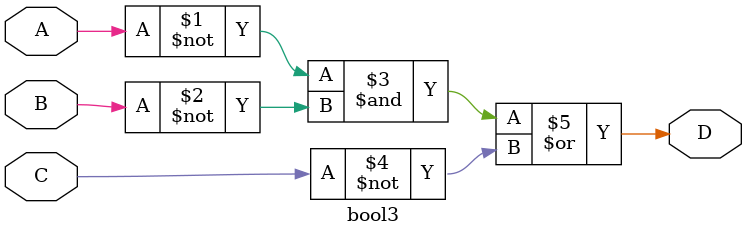
<source format=v>
`timescale 1ns / 1ps


module bool3(output D, input A, B, C);
    assign D = (~A&~B)|~C;
endmodule
</source>
